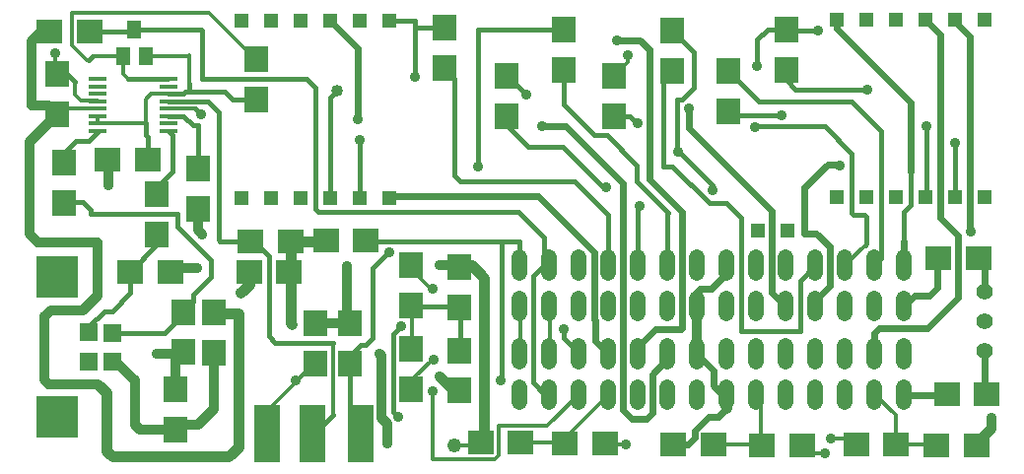
<source format=gbr>
G04 EAGLE Gerber RS-274X export*
G75*
%MOMM*%
%FSLAX34Y34*%
%LPD*%
%INBottom Copper*%
%IPPOS*%
%AMOC8*
5,1,8,0,0,1.08239X$1,22.5*%
G01*
%ADD10R,1.308000X1.308000*%
%ADD11R,2.000000X2.200000*%
%ADD12R,2.200000X2.000000*%
%ADD13R,1.500000X0.406400*%
%ADD14C,1.320800*%
%ADD15C,1.408000*%
%ADD16R,3.516000X3.516000*%
%ADD17R,1.508000X1.508000*%
%ADD18R,2.200000X5.000000*%
%ADD19R,1.143000X1.524000*%
%ADD20C,0.304800*%
%ADD21C,0.914400*%
%ADD22C,0.812800*%
%ADD23C,1.219200*%
%ADD24C,0.609600*%
%ADD25C,0.914400*%
%ADD26C,0.457200*%
%ADD27C,0.381000*%
%ADD28C,0.815341*%
%ADD29C,0.838200*%
%ADD30C,1.016000*%
%ADD31C,0.406400*%


D10*
X331629Y629245D03*
X357029Y629245D03*
X382429Y629245D03*
X407829Y629245D03*
X433229Y629245D03*
X458629Y629245D03*
X458629Y781645D03*
X433229Y781645D03*
X407829Y781645D03*
X382429Y781645D03*
X357029Y781645D03*
X331629Y781645D03*
X842907Y629991D03*
X868307Y629991D03*
X893707Y629991D03*
X919107Y629991D03*
X944507Y629991D03*
X969907Y629991D03*
X969907Y782391D03*
X944507Y782391D03*
X919107Y782391D03*
X893707Y782391D03*
X868307Y782391D03*
X842907Y782391D03*
D11*
X275000Y465000D03*
X275000Y430500D03*
D12*
X537000Y419000D03*
X571500Y419000D03*
X702500Y417500D03*
X737000Y417500D03*
X963000Y417000D03*
X928500Y417000D03*
X270400Y566150D03*
X235900Y566150D03*
D11*
X173250Y735800D03*
X173250Y701300D03*
D12*
X338000Y566150D03*
X372500Y566150D03*
D11*
X281400Y496850D03*
X281400Y531350D03*
D12*
X216700Y662150D03*
X251200Y662150D03*
D11*
X518500Y570000D03*
X518500Y535500D03*
D13*
X268678Y731725D03*
X268678Y725375D03*
X268678Y719025D03*
X268678Y712675D03*
X268678Y706325D03*
X268678Y699975D03*
X268678Y693625D03*
X268678Y687275D03*
X208322Y687275D03*
X208322Y693625D03*
X208322Y699975D03*
X208322Y706325D03*
X208322Y712675D03*
X208322Y719025D03*
X208322Y725375D03*
X208322Y731725D03*
D14*
X570400Y467004D02*
X570400Y453796D01*
X595800Y453796D02*
X595800Y467004D01*
X621200Y467004D02*
X621200Y453796D01*
X646600Y453796D02*
X646600Y467004D01*
X672000Y467004D02*
X672000Y453796D01*
X697400Y453796D02*
X697400Y467004D01*
X722800Y467004D02*
X722800Y453796D01*
X748200Y453796D02*
X748200Y467004D01*
X773600Y467004D02*
X773600Y453796D01*
X799000Y453796D02*
X799000Y467004D01*
X824400Y467004D02*
X824400Y453796D01*
X849800Y453796D02*
X849800Y467004D01*
X875200Y467004D02*
X875200Y453796D01*
X900600Y453796D02*
X900600Y467004D01*
X900600Y529996D02*
X900600Y543204D01*
X875200Y543204D02*
X875200Y529996D01*
X849800Y529996D02*
X849800Y543204D01*
X824400Y543204D02*
X824400Y529996D01*
X799000Y529996D02*
X799000Y543204D01*
X773600Y543204D02*
X773600Y529996D01*
X748200Y529996D02*
X748200Y543204D01*
X722800Y543204D02*
X722800Y529996D01*
X697400Y529996D02*
X697400Y543204D01*
X672000Y543204D02*
X672000Y529996D01*
X646600Y529996D02*
X646600Y543204D01*
X621200Y543204D02*
X621200Y529996D01*
X595800Y529996D02*
X595800Y543204D01*
X570400Y543204D02*
X570400Y529996D01*
X570400Y564996D02*
X570400Y578204D01*
X595800Y578204D02*
X595800Y564996D01*
X621200Y564996D02*
X621200Y578204D01*
X646600Y578204D02*
X646600Y564996D01*
X672000Y564996D02*
X672000Y578204D01*
X697400Y578204D02*
X697400Y564996D01*
X722800Y564996D02*
X722800Y578204D01*
X748200Y578204D02*
X748200Y564996D01*
X773600Y564996D02*
X773600Y578204D01*
X799000Y578204D02*
X799000Y564996D01*
X824400Y564996D02*
X824400Y578204D01*
X849800Y578204D02*
X849800Y564996D01*
X875200Y564996D02*
X875200Y578204D01*
X900600Y578204D02*
X900600Y564996D01*
X900600Y502004D02*
X900600Y488796D01*
X875200Y488796D02*
X875200Y502004D01*
X849800Y502004D02*
X849800Y488796D01*
X824400Y488796D02*
X824400Y502004D01*
X799000Y502004D02*
X799000Y488796D01*
X773600Y488796D02*
X773600Y502004D01*
X748200Y502004D02*
X748200Y488796D01*
X722800Y488796D02*
X722800Y502004D01*
X697400Y502004D02*
X697400Y488796D01*
X672000Y488796D02*
X672000Y502004D01*
X646600Y502004D02*
X646600Y488796D01*
X621200Y488796D02*
X621200Y502004D01*
X595800Y502004D02*
X595800Y488796D01*
X570400Y488796D02*
X570400Y502004D01*
D11*
X308000Y496500D03*
X308000Y531000D03*
D15*
X969900Y548900D03*
X969900Y523500D03*
X969900Y498100D03*
D11*
X259100Y632600D03*
X259100Y598100D03*
X518500Y498500D03*
X518500Y464000D03*
D12*
X438500Y593000D03*
X404000Y593000D03*
X964800Y577400D03*
X930300Y577400D03*
X937500Y461000D03*
X972000Y461000D03*
D11*
X477500Y465500D03*
X477500Y500000D03*
X477000Y571500D03*
X477000Y537000D03*
D12*
X609500Y418500D03*
X644000Y418500D03*
D11*
X344300Y748700D03*
X344300Y714200D03*
X506200Y775450D03*
X506200Y740950D03*
X701150Y773150D03*
X701150Y738650D03*
X651850Y733950D03*
X651850Y699450D03*
X750150Y703700D03*
X750150Y738200D03*
X799400Y774250D03*
X799400Y739750D03*
X559500Y733950D03*
X559500Y699450D03*
X608600Y773800D03*
X608600Y739300D03*
D12*
X779000Y417000D03*
X813500Y417000D03*
X894000Y417500D03*
X859500Y417500D03*
X201000Y772500D03*
X166500Y772500D03*
D11*
X179400Y659600D03*
X179400Y625100D03*
D12*
X339000Y592500D03*
X373500Y592500D03*
D11*
X294050Y620200D03*
X294050Y654700D03*
X424600Y521900D03*
X424600Y487400D03*
X395000Y522000D03*
X395000Y487500D03*
D16*
X173500Y561600D03*
X173500Y441200D03*
D17*
X200600Y513900D03*
X200600Y488900D03*
X220750Y513700D03*
X220800Y488850D03*
D18*
X353800Y427000D03*
X392800Y427000D03*
X433800Y427000D03*
D10*
X774800Y601500D03*
X800200Y601500D03*
D19*
X249256Y751420D03*
X229952Y751420D03*
X239604Y774280D03*
D20*
X962025Y417513D02*
X963000Y417000D01*
X703263Y417513D02*
X702500Y417500D01*
X519113Y569913D02*
X518500Y570000D01*
X395288Y522288D02*
X395000Y522000D01*
X207963Y712788D02*
X193675Y712788D01*
X207963Y712788D02*
X208322Y712675D01*
X517525Y571500D02*
X518500Y570000D01*
D21*
X171150Y753425D03*
X422013Y571350D03*
X501650Y571500D03*
X293138Y569025D03*
D22*
X501650Y571500D02*
X517525Y571500D01*
X519113Y569913D01*
D23*
X514550Y416850D03*
D24*
X722800Y495400D02*
X737300Y480900D01*
X737300Y468250D01*
D22*
X722800Y495400D02*
X722800Y536600D01*
D24*
X722800Y549150D01*
X748200Y564700D02*
X748200Y571600D01*
X725400Y551750D02*
X722800Y549150D01*
X725400Y551750D02*
X735250Y551750D01*
X748200Y564700D01*
X715013Y417513D02*
X703263Y417513D01*
X720920Y423420D02*
X720920Y429604D01*
X720920Y423420D02*
X715013Y417513D01*
X745150Y460400D02*
X737300Y468250D01*
X745150Y460400D02*
X748200Y460400D01*
X732716Y441400D02*
X720920Y429604D01*
X732716Y441400D02*
X741000Y441400D01*
X748200Y448600D01*
D21*
X975600Y440550D03*
D22*
X975600Y431088D01*
X962025Y417513D01*
D20*
X537000Y419000D02*
X535000Y417000D01*
X514700Y417000D01*
X514550Y416850D01*
D22*
X424600Y521900D02*
X395675Y521900D01*
X395288Y522288D01*
X422013Y524488D02*
X424600Y521900D01*
X422013Y524488D02*
X422013Y571350D01*
D21*
X331000Y548250D03*
D25*
X338000Y555250D01*
X338000Y566150D01*
X537000Y419000D02*
X540000Y422000D01*
X540000Y560950D01*
X529450Y571500D02*
X517525Y571500D01*
X529450Y571500D02*
X540000Y560950D01*
X748200Y460400D02*
X748200Y448600D01*
D21*
X296650Y701650D03*
X217100Y640650D03*
X258500Y495450D03*
D26*
X296650Y701650D02*
X291975Y706325D01*
D20*
X193675Y712788D02*
X188600Y717863D01*
X188600Y729200D01*
X171150Y737900D02*
X171150Y753425D01*
X171150Y737900D02*
X173250Y735800D01*
D27*
X182000Y735800D02*
X188600Y729200D01*
X182000Y735800D02*
X173250Y735800D01*
D20*
X268678Y706325D02*
X291975Y706325D01*
D21*
X297888Y598025D03*
D22*
X273275Y569025D02*
X270400Y566150D01*
X273275Y569025D02*
X293138Y569025D01*
X281400Y496850D02*
X275000Y490450D01*
D28*
X217100Y640650D02*
X217100Y661750D01*
X216700Y662150D01*
D22*
X294050Y620200D02*
X294050Y601863D01*
X297888Y598025D01*
X280000Y495450D02*
X258500Y495450D01*
X280000Y495450D02*
X281400Y496850D01*
X275000Y490450D02*
X275000Y465000D01*
D20*
X207963Y706438D02*
X174171Y706438D01*
X207963Y706438D02*
X208322Y706325D01*
X174171Y706438D02*
X173250Y701300D01*
D25*
X374650Y592138D02*
X403225Y592138D01*
D20*
X374650Y592138D02*
X373500Y592500D01*
X403225Y592138D02*
X404000Y593000D01*
D21*
X329088Y529938D03*
X501350Y476038D03*
X374650Y520700D03*
X456600Y418600D03*
D22*
X456600Y435651D01*
D25*
X309063Y529938D02*
X308000Y531000D01*
X329088Y529938D02*
X329088Y415390D01*
X320850Y407152D01*
X220348Y407152D01*
X215800Y411700D01*
X215800Y462300D02*
X208350Y469750D01*
X215800Y462300D02*
X215800Y411700D01*
X309063Y529938D02*
X329088Y529938D01*
X373500Y567150D02*
X373500Y592500D01*
X373500Y567150D02*
X372500Y566150D01*
X373500Y521850D02*
X374650Y520700D01*
X373500Y521850D02*
X373500Y567150D01*
D21*
X449950Y495500D03*
D29*
X451850Y440401D02*
X456600Y435651D01*
X451850Y493600D02*
X449950Y495500D01*
X451850Y493600D02*
X451850Y440401D01*
X501350Y476038D02*
X513388Y464000D01*
X518500Y464000D01*
D20*
X173250Y701300D02*
X165950Y708600D01*
D22*
X151000Y708600D01*
X151000Y763900D01*
X159600Y772500D01*
D20*
X166500Y772500D01*
D22*
X149144Y677194D02*
X149144Y598600D01*
X156444Y591300D01*
X207700Y591300D01*
X207700Y545650D01*
X195300Y533250D01*
X167750Y533250D01*
X149144Y677194D02*
X173250Y701300D01*
X167750Y533250D02*
X162100Y527600D01*
X162100Y473550D01*
X165900Y469750D01*
X208350Y469750D01*
D20*
X433800Y427000D02*
X434975Y427038D01*
D21*
X458225Y582775D03*
D27*
X424600Y487400D02*
X424600Y437413D01*
X434975Y427038D01*
D26*
X424600Y487400D02*
X424600Y493750D01*
X434300Y503450D01*
X438550Y503450D01*
X444150Y509050D01*
X444150Y569300D01*
X457625Y582775D01*
X458225Y582775D01*
D20*
X378619Y472281D02*
X354013Y447675D01*
X378619Y472281D02*
X393700Y487363D01*
X354013Y447675D02*
X354013Y427038D01*
X393700Y487363D02*
X395000Y487500D01*
X354013Y427038D02*
X353800Y427000D01*
X593725Y433388D02*
X620713Y460375D01*
X593725Y433388D02*
X552450Y433388D01*
X552450Y407988D01*
X549275Y404813D01*
X495600Y404813D01*
X495600Y463163D01*
X620713Y460375D02*
X621200Y460400D01*
X378619Y472281D02*
X377825Y473075D01*
D21*
X495600Y463163D03*
X377825Y473075D03*
D26*
X546100Y592138D02*
X569913Y592138D01*
D20*
X546100Y592138D02*
X540450Y592138D01*
D26*
X555350Y592138D01*
D20*
X540450Y592138D02*
X538750Y592138D01*
D26*
X439738Y592138D01*
X569913Y592138D02*
X569913Y573088D01*
D20*
X439738Y592138D02*
X438500Y593000D01*
X569913Y573088D02*
X570400Y571600D01*
D26*
X555350Y592138D02*
X555350Y474125D01*
D20*
X554000Y472775D01*
D21*
X554000Y472775D03*
D20*
X496600Y490538D02*
X495750Y490538D01*
X480081Y474869D01*
X477500Y465500D01*
X571500Y496888D02*
X571500Y536575D01*
X570400Y536600D01*
X571500Y496888D02*
X570400Y495400D01*
D21*
X496600Y490538D03*
D20*
X477000Y568588D02*
X477000Y571500D01*
X494213Y551375D02*
X495863Y551375D01*
X494213Y551375D02*
X477000Y568588D01*
X596900Y536575D02*
X596900Y496888D01*
X595800Y495400D01*
X596900Y536575D02*
X595800Y536600D01*
D21*
X495863Y551375D03*
X826813Y773113D03*
X774700Y742950D03*
D26*
X774700Y765400D01*
X783550Y774250D01*
X799400Y774250D01*
X800538Y773113D02*
X826813Y773113D01*
X800538Y773113D02*
X799400Y774250D01*
X480150Y776288D02*
X480150Y733775D01*
X480500Y733425D01*
D21*
X480500Y733425D03*
D26*
X480495Y781645D02*
X458629Y781645D01*
X480495Y781645D02*
X480600Y781750D01*
X480600Y776738D01*
X480150Y776288D01*
X481888Y775450D02*
X506200Y775450D01*
X481888Y775450D02*
X480600Y776738D01*
X919988Y691425D02*
X919988Y630872D01*
D20*
X919107Y629991D01*
X560388Y733425D02*
X559500Y733950D01*
D21*
X919988Y691425D03*
X576663Y717950D03*
D30*
X413500Y721600D03*
D26*
X407829Y715929D02*
X407829Y629245D01*
X407829Y715929D02*
X413500Y721600D01*
X575863Y717950D02*
X576663Y717950D01*
X575863Y717950D02*
X560388Y733425D01*
D21*
X535000Y656200D03*
D26*
X534750Y773800D02*
X608600Y773800D01*
X534750Y773800D02*
X534650Y773900D01*
X534650Y656550D01*
X535000Y656200D01*
X701150Y773150D02*
X719900Y754400D01*
X719900Y754000D01*
X719900Y723850D01*
X719050Y723000D01*
X710250Y714200D01*
X705750Y714200D01*
D21*
X707000Y669050D03*
D26*
X705750Y670300D01*
X705750Y714200D01*
D21*
X736200Y635850D03*
D26*
X736200Y640750D02*
X707900Y669050D01*
X707000Y669050D01*
X736200Y640750D02*
X736200Y635850D01*
D20*
X652463Y735013D02*
X663575Y746125D01*
X663575Y752475D01*
X652463Y735013D02*
X651850Y733950D01*
D21*
X663575Y752475D03*
D26*
X755018Y700813D02*
X795113Y700813D01*
D20*
X755018Y700813D02*
X750150Y703700D01*
D21*
X795113Y700813D03*
X433575Y679225D03*
X944850Y677050D03*
D26*
X944507Y676707D02*
X944507Y629991D01*
X944507Y676707D02*
X944850Y677050D01*
X433229Y678879D02*
X433229Y629245D01*
X433229Y678879D02*
X433575Y679225D01*
D21*
X869100Y722800D03*
D27*
X807650Y722800D01*
X799400Y731050D02*
X799400Y739750D01*
X799400Y731050D02*
X807650Y722800D01*
D20*
X514350Y731838D02*
X506413Y739775D01*
D26*
X514350Y731838D02*
X514350Y648600D01*
D20*
X506413Y739775D02*
X506200Y740950D01*
D26*
X514350Y648600D02*
X519450Y643500D01*
X646600Y614850D02*
X646600Y571600D01*
X646600Y614850D02*
X617950Y643500D01*
X519450Y643500D01*
D21*
X673488Y622963D03*
D26*
X672000Y621475D02*
X672000Y571600D01*
D27*
X672000Y621475D02*
X673488Y622963D01*
D21*
X645100Y638950D03*
D26*
X642500Y638950D01*
X607800Y673650D02*
X577550Y673650D01*
X559500Y691700D01*
X559500Y699450D01*
X607800Y673650D02*
X642500Y638950D01*
X697400Y616650D02*
X697400Y571600D01*
X697400Y616650D02*
X697750Y617000D01*
X671050Y643700D02*
X671050Y657650D01*
X645300Y683400D01*
X635050Y683400D01*
X671050Y643700D02*
X697750Y617000D01*
X608600Y709850D02*
X608600Y739300D01*
X608600Y709850D02*
X635050Y683400D01*
D27*
X693750Y738650D02*
X701150Y738650D01*
D26*
X824400Y571600D02*
X811250Y558450D01*
X811250Y515000D02*
X760450Y515000D01*
X760450Y612100D01*
X747790Y624760D01*
X733468Y624760D01*
X701878Y656350D02*
X693750Y656350D01*
X701878Y656350D02*
X733468Y624760D01*
X693750Y656350D02*
X693750Y738650D01*
X811250Y558450D02*
X811250Y515000D01*
X665513Y699450D02*
X651850Y699450D01*
X665513Y699450D02*
X671663Y693300D01*
X774075Y691200D02*
X803925Y691200D01*
D20*
X774075Y691200D02*
X772825Y689950D01*
X867250Y589050D02*
X849800Y571600D01*
D21*
X671663Y693300D03*
X772825Y689950D03*
D26*
X868250Y590050D02*
X867250Y589050D01*
X868250Y590050D02*
X868250Y613500D01*
X866600Y615150D01*
X857250Y615150D01*
X856000Y616400D01*
X856000Y667750D01*
X832550Y691200D01*
X803925Y691200D01*
X776100Y712250D02*
X750150Y738200D01*
X880950Y577350D02*
X875200Y571600D01*
X855500Y712250D02*
X776100Y712250D01*
X855500Y712250D02*
X880950Y686800D01*
X880950Y577350D01*
D24*
X906627Y711471D02*
X842907Y775191D01*
X842907Y782391D01*
X900600Y592000D02*
X900600Y571600D01*
X906627Y652073D02*
X906627Y711471D01*
D26*
X900600Y617697D02*
X900600Y592000D01*
X906627Y623724D02*
X906627Y652073D01*
X906627Y623724D02*
X900600Y617697D01*
D24*
X875200Y513650D02*
X875200Y495400D01*
X879000Y517450D02*
X920700Y517450D01*
X947030Y597154D02*
X931950Y612234D01*
X947030Y543780D02*
X920700Y517450D01*
X947030Y543780D02*
X947030Y597154D01*
X931950Y769548D02*
X919107Y782391D01*
X879000Y517450D02*
X875200Y513650D01*
X931950Y612234D02*
X931950Y769548D01*
X944563Y781050D02*
X957375Y768238D01*
X957375Y601200D01*
X958400Y600275D01*
D20*
X944563Y781050D02*
X944507Y782391D01*
D21*
X958400Y600275D03*
X845800Y657700D03*
D24*
X824400Y541550D02*
X824400Y536600D01*
X824400Y541550D02*
X836950Y554100D01*
X836950Y587650D01*
X825550Y599050D02*
X815400Y599050D01*
X815400Y638500D01*
X835200Y658300D01*
X845200Y658300D02*
X845800Y657700D01*
X845200Y658300D02*
X835200Y658300D01*
X825550Y599050D02*
X836950Y587650D01*
D21*
X716300Y706200D03*
D24*
X787350Y548250D02*
X799000Y536600D01*
X787350Y560122D02*
X787316Y560156D01*
X787316Y618734D01*
X716300Y689750D02*
X716300Y706200D01*
X787350Y560122D02*
X787350Y548250D01*
X787316Y618734D02*
X716300Y689750D01*
X610388Y691350D02*
X590488Y691350D01*
X590138Y691000D01*
D21*
X431825Y697213D03*
X590138Y691000D03*
D24*
X431825Y757649D02*
X407829Y781645D01*
X431825Y757649D02*
X431825Y697213D01*
X659266Y447206D02*
X666460Y440012D01*
X679690Y440012D01*
X684384Y444706D01*
X684384Y478134D01*
X697400Y491150D02*
X697400Y495400D01*
X697400Y491150D02*
X684384Y478134D01*
X659266Y447206D02*
X659266Y642472D01*
X610388Y691350D01*
X635350Y506650D02*
X646600Y495400D01*
X635350Y524722D02*
X634916Y525156D01*
X634916Y583084D01*
X460734Y631350D02*
X458629Y629245D01*
X635350Y524722D02*
X635350Y506650D01*
X634916Y583084D02*
X586650Y631350D01*
X460734Y631350D01*
D20*
X207963Y693738D02*
X207963Y698500D01*
X207963Y693738D02*
X208322Y693625D01*
X207963Y698500D02*
X208322Y699975D01*
X209550Y693738D02*
X249238Y693738D01*
X209550Y693738D02*
X208322Y693625D01*
X286288Y727613D02*
X286288Y752475D01*
D27*
X323850Y714375D02*
X342900Y714375D01*
X323850Y714375D02*
X317500Y720725D01*
X286550Y720725D01*
D20*
X342900Y714375D02*
X344300Y714200D01*
X249238Y714375D02*
X249238Y693738D01*
X249238Y714375D02*
X254000Y719138D01*
X268288Y719138D01*
X268678Y719025D01*
D27*
X283278Y720725D02*
X286550Y720725D01*
X286288Y720988D02*
X286288Y727613D01*
X286288Y720988D02*
X286550Y720725D01*
X268759Y719106D02*
X268678Y719025D01*
X268759Y719106D02*
X281659Y719106D01*
X283278Y720725D01*
D20*
X285233Y751420D02*
X249256Y751420D01*
X285233Y751420D02*
X286288Y752475D01*
D31*
X249238Y693738D02*
X249238Y683563D01*
X251200Y681600D01*
X251200Y662150D01*
X200650Y678350D02*
X189450Y678350D01*
X200650Y678350D02*
X208322Y686022D01*
X208322Y687275D01*
X179400Y668300D02*
X179400Y659600D01*
X179400Y668300D02*
X189450Y678350D01*
X259100Y639050D02*
X259100Y632600D01*
X259100Y639050D02*
X272450Y652400D01*
X272450Y683503D01*
X268678Y687275D01*
D20*
X280950Y532663D02*
X281400Y531350D01*
X180275Y625975D02*
X179400Y625100D01*
D31*
X305550Y575650D02*
X305550Y561700D01*
X265550Y513700D02*
X220750Y513700D01*
X280950Y529100D02*
X280950Y532663D01*
X281400Y531350D02*
X290400Y540350D01*
X201800Y615550D02*
X201800Y619450D01*
X195275Y625975D01*
X276400Y615500D02*
X276400Y604800D01*
X276400Y615500D02*
X276350Y615550D01*
X201800Y615550D01*
X276400Y604800D02*
X305550Y575650D01*
X195275Y625975D02*
X180275Y625975D01*
X290400Y546550D02*
X290400Y540350D01*
X280950Y529100D02*
X265550Y513700D01*
X290400Y546550D02*
X305550Y561700D01*
X200600Y519100D02*
X200600Y513900D01*
X213900Y532400D02*
X220650Y532400D01*
X235900Y547650D01*
X213900Y532400D02*
X200600Y519100D01*
X259100Y589350D02*
X259100Y598100D01*
X259100Y589350D02*
X235900Y566150D01*
X235900Y547650D01*
D22*
X239950Y472350D02*
X239950Y434950D01*
X223450Y488850D02*
X220800Y488850D01*
X294300Y434350D02*
X308000Y448050D01*
X239950Y472350D02*
X223450Y488850D01*
X272150Y437250D02*
X275050Y434350D01*
X272150Y433350D02*
X272150Y437250D01*
X272150Y433350D02*
X275000Y430500D01*
X244400Y430500D02*
X239950Y434950D01*
X244400Y430500D02*
X275000Y430500D01*
X275050Y434350D02*
X294300Y434350D01*
X308000Y448050D02*
X308000Y496500D01*
D31*
X294050Y654700D02*
X294050Y692037D01*
X289913Y692037D01*
X281975Y699975D01*
X268678Y699975D01*
D20*
X392800Y427000D02*
X393700Y427038D01*
D26*
X355082Y510568D02*
X355082Y579318D01*
X355082Y510568D02*
X360600Y505050D01*
X409882Y505050D01*
X409882Y443220D02*
X393700Y427038D01*
D20*
X409882Y443220D02*
X409882Y505050D01*
D31*
X302625Y712675D02*
X268678Y712675D01*
D26*
X302625Y712675D02*
X311950Y703350D01*
X313000Y592500D02*
X339000Y592500D01*
X313000Y592500D02*
X311950Y593550D01*
X341900Y592500D02*
X355082Y579318D01*
X341900Y592500D02*
X339000Y592500D01*
D31*
X311950Y593550D02*
X311950Y703350D01*
D26*
X397750Y617500D02*
X569250Y617500D01*
X397750Y617500D02*
X395400Y619850D01*
X395400Y724200D01*
X387450Y732150D01*
X297900Y732150D01*
X297900Y755700D01*
X569250Y617500D02*
X591250Y595500D01*
X591250Y576150D02*
X595800Y571600D01*
X591250Y576150D02*
X591250Y595500D01*
X591650Y571600D02*
X595800Y571600D01*
X591650Y571600D02*
X582400Y562350D01*
X582400Y470700D01*
X592700Y460400D02*
X595800Y460400D01*
X592700Y460400D02*
X582400Y470700D01*
X297900Y755700D02*
X297900Y773200D01*
X296820Y774280D02*
X239604Y774280D01*
D20*
X296820Y774280D02*
X297900Y773200D01*
X239604Y774280D02*
X237824Y772500D01*
D26*
X201000Y772500D01*
D20*
X268288Y731838D02*
X268678Y731725D01*
X303400Y788800D02*
X342900Y749300D01*
X303400Y788800D02*
X185738Y788800D01*
X185738Y760413D01*
X342900Y749300D02*
X344300Y748700D01*
D27*
X268288Y731838D02*
X233863Y731838D01*
D20*
X200217Y747903D02*
X198247Y747903D01*
X185738Y760413D01*
X203734Y751420D02*
X229952Y751420D01*
X229952Y735748D02*
X233863Y731838D01*
X229952Y735748D02*
X229952Y751420D01*
D31*
X203734Y751420D02*
X200217Y747903D01*
D20*
X813500Y417000D02*
X820025Y410475D01*
X832700Y410475D01*
D21*
X832700Y410475D03*
D20*
X661988Y417513D02*
X644525Y417513D01*
X644000Y418500D01*
D21*
X661988Y417513D03*
D20*
X895350Y417513D02*
X927100Y417513D01*
X895350Y417513D02*
X894000Y417500D01*
X927100Y417513D02*
X928500Y417000D01*
X893763Y442913D02*
X876300Y460375D01*
X893763Y442913D02*
X893763Y417513D01*
X876300Y460375D02*
X875200Y460400D01*
X893763Y417513D02*
X894000Y417500D01*
D24*
X969900Y572300D02*
X964800Y577400D01*
X969900Y572300D02*
X969900Y548900D01*
D20*
X969963Y463550D02*
X971550Y461963D01*
D24*
X969963Y463550D02*
X969963Y496888D01*
D20*
X971550Y461963D02*
X972000Y461000D01*
X969963Y496888D02*
X969900Y498100D01*
X859500Y417500D02*
X853875Y423125D01*
X837575Y423125D01*
D21*
X837575Y423125D03*
D20*
X608013Y419100D02*
X571500Y419100D01*
X571500Y419000D01*
X608013Y419100D02*
X609500Y418500D01*
X608013Y422275D02*
X646113Y460375D01*
X608013Y422275D02*
X608013Y420688D01*
X646113Y460375D02*
X646600Y460400D01*
X608013Y420688D02*
X609500Y418500D01*
X738188Y417513D02*
X777875Y417513D01*
X779000Y417000D01*
X738188Y417513D02*
X737000Y417500D01*
X777875Y457200D02*
X774700Y460375D01*
X777875Y457200D02*
X777875Y419100D01*
X774700Y460375D02*
X773600Y460400D01*
X777875Y419100D02*
X779000Y417000D01*
D26*
X519113Y500063D02*
X519113Y534988D01*
D20*
X519113Y500063D02*
X518500Y498500D01*
X519113Y534988D02*
X518500Y535500D01*
X477838Y536575D02*
X477838Y500063D01*
X477500Y500000D01*
X477838Y536575D02*
X477000Y537000D01*
D26*
X479425Y536575D02*
X517525Y536575D01*
D20*
X518500Y535500D01*
X479425Y536575D02*
X477000Y537000D01*
D26*
X608363Y509238D02*
X620713Y496888D01*
X608363Y509238D02*
X608363Y516988D01*
X468313Y519113D02*
X461750Y512550D01*
X461750Y445588D01*
X466350Y440988D01*
D20*
X621200Y495400D02*
X620713Y496888D01*
D21*
X608363Y516988D03*
X468313Y519113D03*
X466350Y440988D03*
D20*
X929488Y576688D02*
X930300Y577400D01*
D24*
X909550Y545550D02*
X900600Y536600D01*
X909550Y545550D02*
X922550Y545550D01*
X929488Y552488D01*
X929488Y576688D01*
X936625Y460375D02*
X901700Y460375D01*
D20*
X936625Y460375D02*
X937500Y461000D01*
X901700Y460375D02*
X900600Y460400D01*
D21*
X654025Y765175D03*
D24*
X672000Y501400D02*
X672000Y495400D01*
X687550Y516950D02*
X709400Y516950D01*
X710100Y517650D01*
X681900Y757100D02*
X673800Y765200D01*
X654050Y765200D02*
X654025Y765175D01*
X687550Y516950D02*
X672000Y501400D01*
X710100Y517650D02*
X710100Y617350D01*
X681900Y645550D01*
X681900Y757100D01*
X673800Y765200D02*
X654050Y765200D01*
M02*

</source>
